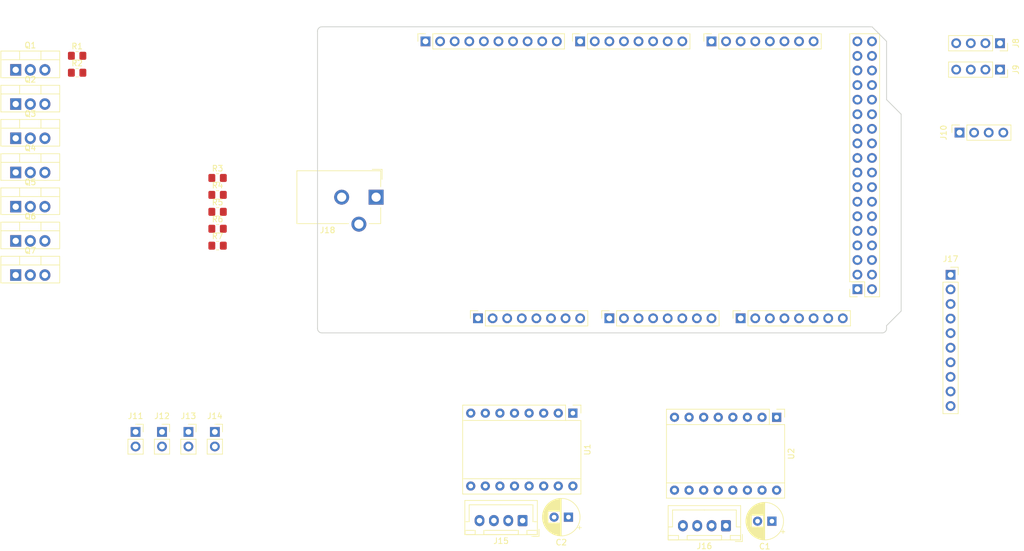
<source format=kicad_pcb>
(kicad_pcb (version 20240108) (generator "pcbnew") (generator_version "8.0")
  (title_block (date "mar. 31 mars 2015"))
  (layers (0 "F.Cu" signal) (31 "B.Cu" signal) (34 "B.Paste" user) (35 "F.Paste" user) (36 "B.SilkS" user "B.Silkscreen") (37 "F.SilkS" user "F.Silkscreen") (38 "B.Mask" user) (39 "F.Mask" user) (44 "Edge.Cuts" user))
  (net 0 "")
  (net 1 "GND")
  (net 2 "/*52")
  (net 3 "/53")
  (net 4 "/50")
  (net 5 "/51")
  (net 6 "/48")
  (net 7 "/49")
  (net 8 "/*46")
  (net 9 "/47")
  (net 10 "/*44")
  (net 11 "/*45")
  (net 12 "/42")
  (net 13 "/43")
  (net 14 "/40")
  (net 15 "/41")
  (net 16 "/38")
  (net 17 "/39")
  (net 18 "/36")
  (net 19 "/37")
  (net 20 "/34")
  (net 21 "/35")
  (net 22 "/32")
  (net 23 "/33")
  (net 24 "/30")
  (net 25 "/31")
  (net 26 "/28")
  (net 27 "/29")
  (net 28 "/26")
  (net 29 "/27")
  (net 30 "/24")
  (net 31 "/25")
  (net 32 "/22")
  (net 33 "/23")
  (net 34 "+5V")
  (net 35 "/IOREF")
  (net 36 "/A0")
  (net 37 "/A1")
  (net 38 "/A2")
  (net 39 "/A3")
  (net 40 "/A4")
  (net 41 "/A5")
  (net 42 "/A6")
  (net 43 "/A7")
  (net 44 "/A8")
  (net 45 "/A9")
  (net 46 "/A10")
  (net 47 "/A11")
  (net 48 "/A12")
  (net 49 "/A13")
  (net 50 "/A14")
  (net 51 "/A15")
  (net 52 "/AREF")
  (net 53 "/*13")
  (net 54 "/*12")
  (net 55 "/*11")
  (net 56 "/*10")
  (net 57 "/*9")
  (net 58 "/*8")
  (net 59 "/*7")
  (net 60 "/*6")
  (net 61 "/*5")
  (net 62 "/*4")
  (net 63 "/*3")
  (net 64 "/*2")
  (net 65 "/TX0{slash}1")
  (net 66 "/RX0{slash}0")
  (net 67 "+3V3")
  (net 68 "/TX3{slash}14")
  (net 69 "/RX3{slash}15")
  (net 70 "/TX2{slash}16")
  (net 71 "/RX2{slash}17")
  (net 72 "/TX1{slash}18")
  (net 73 "/RX1{slash}19")
  (net 74 "/SDA{slash}20")
  (net 75 "/SCL{slash}21")
  (net 76 "VCC")
  (net 77 "/~{RESET}")
  (net 79 "Net-(J12-Pin_1)")
  (net 80 "Net-(J14-Pin_1)")
  (net 81 "Net-(J17-Pin_2)")
  (net 82 "Net-(J17-Pin_4)")
  (net 83 "Net-(J17-Pin_6)")
  (net 84 "Net-(J17-Pin_8)")
  (net 85 "Net-(J17-Pin_10)")
  (net 86 "+12V")
  (net 87 "Net-(J15-Pin_4)")
  (net 88 "Net-(J15-Pin_3)")
  (net 89 "Net-(J15-Pin_1)")
  (net 90 "Net-(J15-Pin_2)")
  (net 91 "Net-(J16-Pin_1)")
  (net 92 "Net-(J16-Pin_4)")
  (net 93 "Net-(J16-Pin_3)")
  (net 94 "Net-(J16-Pin_2)")
  (footprint "Connector_PinSocket_2.54mm:PinSocket_2x18_P2.54mm_Vertical" (layer "F.Cu") (at 193.98 92.38 180)
    (property "Reference" "J4" (hide yes))
    (property "Value" "Digital")
    (pad "1" thru_hole rect (at 0 0 180) (size 1.7 1.7) (drill 1) (layers "*.Cu" "*.Mask") (net 1 "GND"))
    (pad "2" thru_hole oval (at -2.54 0 180) (size 1.7 1.7) (drill 1) (layers "*.Cu" "*.Mask") (net 1 "GND"))
    (pad "3" thru_hole oval (at 0 2.54 180) (size 1.7 1.7) (drill 1) (layers "*.Cu" "*.Mask") (net 2 "/*52"))
    (pad "4" thru_hole oval (at -2.54 2.54 180) (size 1.7 1.7) (drill 1) (layers "*.Cu" "*.Mask") (net 3 "/53"))
    (pad "5" thru_hole oval (at 0 5.08 180) (size 1.7 1.7) (drill 1) (layers "*.Cu" "*.Mask") (net 4 "/50"))
    (pad "6" thru_hole oval (at -2.54 5.08 180) (size 1.7 1.7) (drill 1) (layers "*.Cu" "*.Mask") (net 5 "/51"))
    (pad "7" thru_hole oval (at 0 7.62 180) (size 1.7 1.7) (drill 1) (layers "*.Cu" "*.Mask") (net 6 "/48"))
    (pad "8" thru_hole oval (at -2.54 7.62 180) (size 1.7 1.7) (drill 1) (layers "*.Cu" "*.Mask") (net 7 "/49"))
    (pad "9" thru_hole oval (at 0 10.16 180) (size 1.7 1.7) (drill 1) (layers "*.Cu" "*.Mask") (net 8 "/*46"))
    (pad "10" thru_hole oval (at -2.54 10.16 180) (size 1.7 1.7) (drill 1) (layers "*.Cu" "*.Mask") (net 9 "/47"))
    (pad "11" thru_hole oval (at 0 12.7 180) (size 1.7 1.7) (drill 1) (layers "*.Cu" "*.Mask") (net 10 "/*44"))
    (pad "12" thru_hole oval (at -2.54 12.7 180) (size 1.7 1.7) (drill 1) (layers "*.Cu" "*.Mask") (net 11 "/*45"))
    (pad "13" thru_hole oval (at 0 15.24 180) (size 1.7 1.7) (drill 1) (layers "*.Cu" "*.Mask") (net 12 "/42"))
    (pad "14" thru_hole oval (at -2.54 15.24 180) (size 1.7 1.7) (drill 1) (layers "*.Cu" "*.Mask") (net 13 "/43"))
    (pad "15" thru_hole oval (at 0 17.78 180) (size 1.7 1.7) (drill 1) (layers "*.Cu" "*.Mask") (net 14 "/40"))
    (pad "16" thru_hole oval (at -2.54 17.78 180) (size 1.7 1.7) (drill 1) (layers "*.Cu" "*.Mask") (net 15 "/41"))
    (pad "17" thru_hole oval (at 0 20.32 180) (size 1.7 1.7) (drill 1) (layers "*.Cu" "*.Mask") (net 16 "/38"))
    (pad "18" thru_hole oval (at -2.54 20.32 180) (size 1.7 1.7) (drill 1) (layers "*.Cu" "*.Mask") (net 17 "/39"))
    (pad "19" thru_hole oval (at 0 22.86 180) (size 1.7 1.7) (drill 1) (layers "*.Cu" "*.Mask") (net 18 "/36"))
    (pad "20" thru_hole oval (at -2.54 22.86 180) (size 1.7 1.7) (drill 1) (layers "*.Cu" "*.Mask") (net 19 "/37"))
    (pad "21" thru_hole oval (at 0 25.4 180) (size 1.7 1.7) (drill 1) (layers "*.Cu" "*.Mask") (net 20 "/34"))
    (pad "22" thru_hole oval (at -2.54 25.4 180) (size 1.7 1.7) (drill 1) (layers "*.Cu" "*.Mask") (net 21 "/35"))
    (pad "23" thru_hole oval (at 0 27.94 180) (size 1.7 1.7) (drill 1) (layers "*.Cu" "*.Mask") (net 22 "/32"))
    (pad "24" thru_hole oval (at -2.54 27.94 180) (size 1.7 1.7) (drill 1) (layers "*.Cu" "*.Mask") (net 23 "/33"))
    (pad "25" thru_hole oval (at 0 30.48 180) (size 1.7 1.7) (drill 1) (layers "*.Cu" "*.Mask") (net 24 "/30"))
    (pad "26" thru_hole oval (at -2.54 30.48 180) (size 1.7 1.7) (drill 1) (layers "*.Cu" "*.Mask") (net 25 "/31"))
    (pad "27" thru_hole oval (at 0 33.02 180) (size 1.7 1.7) (drill 1) (layers "*.Cu" "*.Mask") (net 26 "/28"))
    (pad "28" thru_hole oval (at -2.54 33.02 180) (size 1.7 1.7) (drill 1) (layers "*.Cu" "*.Mask") (net 27 "/29"))
    (pad "29" thru_hole oval (at 0 35.56 180) (size 1.7 1.7) (drill 1) (layers "*.Cu" "*.Mask") (net 28 "/26"))
    (pad "30" thru_hole oval (at -2.54 35.56 180) (size 1.7 1.7) (drill 1) (layers "*.Cu" "*.Mask") (net 29 "/27"))
    (pad "31" thru_hole oval (at 0 38.1 180) (size 1.7 1.7) (drill 1) (layers "*.Cu" "*.Mask") (net 30 "/24"))
    (pad "32" thru_hole oval (at -2.54 38.1 180) (size 1.7 1.7) (drill 1) (layers "*.Cu" "*.Mask") (net 31 "/25"))
    (pad "33" thru_hole oval (at 0 40.64 180) (size 1.7 1.7) (drill 1) (layers "*.Cu" "*.Mask") (net 32 "/22"))
    (pad "34" thru_hole oval (at -2.54 40.64 180) (size 1.7 1.7) (drill 1) (layers "*.Cu" "*.Mask") (net 33 "/23"))
    (pad "35" thru_hole oval (at 0 43.18 180) (size 1.7 1.7) (drill 1) (layers "*.Cu" "*.Mask") (net 34 "+5V"))
    (pad "36" thru_hole oval (at -2.54 43.18 180) (size 1.7 1.7) (drill 1) (layers "*.Cu" "*.Mask") (net 34 "+5V"))
  )
  (footprint "Connector_PinSocket_2.54mm:PinSocket_1x08_P2.54mm_Vertical" (layer "F.Cu") (at 127.94 97.46 90)
    (property "Reference" "J1" (hide yes))
    (property "Value" "Power")
    (pad "1" thru_hole rect (at 0 0 90) (size 1.7 1.7) (drill 1) (layers "*.Cu" "*.Mask"))
    (pad "2" thru_hole oval (at 0 2.54 90) (size 1.7 1.7) (drill 1) (layers "*.Cu" "*.Mask") (net 35 "/IOREF"))
    (pad "3" thru_hole oval (at 0 5.08 90) (size 1.7 1.7) (drill 1) (layers "*.Cu" "*.Mask") (net 77 "/~{RESET}"))
    (pad "4" thru_hole oval (at 0 7.62 90) (size 1.7 1.7) (drill 1) (layers "*.Cu" "*.Mask") (net 67 "+3V3"))
    (pad "5" thru_hole oval (at 0 10.16 90) (size 1.7 1.7) (drill 1) (layers "*.Cu" "*.Mask") (net 34 "+5V"))
    (pad "6" thru_hole oval (at 0 12.7 90) (size 1.7 1.7) (drill 1) (layers "*.Cu" "*.Mask") (net 1 "GND"))
    (pad "7" thru_hole oval (at 0 15.24 90) (size 1.7 1.7) (drill 1) (layers "*.Cu" "*.Mask") (net 1 "GND"))
    (pad "8" thru_hole oval (at 0 17.78 90) (size 1.7 1.7) (drill 1) (layers "*.Cu" "*.Mask") (net 76 "VCC"))
  )
  (footprint "Connector_PinSocket_2.54mm:PinSocket_1x08_P2.54mm_Vertical" (layer "F.Cu") (at 150.8 97.46 90)
    (property "Reference" "J2" (hide yes))
    (property "Value" "Analog")
    (pad "1" thru_hole rect (at 0 0 90) (size 1.7 1.7) (drill 1) (layers "*.Cu" "*.Mask") (net 36 "/A0"))
    (pad "2" thru_hole oval (at 0 2.54 90) (size 1.7 1.7) (drill 1) (layers "*.Cu" "*.Mask") (net 37 "/A1"))
    (pad "3" thru_hole oval (at 0 5.08 90) (size 1.7 1.7) (drill 1) (layers "*.Cu" "*.Mask") (net 38 "/A2"))
    (pad "4" thru_hole oval (at 0 7.62 90) (size 1.7 1.7) (drill 1) (layers "*.Cu" "*.Mask") (net 39 "/A3"))
    (pad "5" thru_hole oval (at 0 10.16 90) (size 1.7 1.7) (drill 1) (layers "*.Cu" "*.Mask") (net 40 "/A4"))
    (pad "6" thru_hole oval (at 0 12.7 90) (size 1.7 1.7) (drill 1) (layers "*.Cu" "*.Mask") (net 41 "/A5"))
    (pad "7" thru_hole oval (at 0 15.24 90) (size 1.7 1.7) (drill 1) (layers "*.Cu" "*.Mask") (net 42 "/A6"))
    (pad "8" thru_hole oval (at 0 17.78 90) (size 1.7 1.7) (drill 1) (layers "*.Cu" "*.Mask") (net 43 "/A7"))
  )
  (footprint "Connector_PinSocket_2.54mm:PinSocket_1x08_P2.54mm_Vertical" (layer "F.Cu") (at 173.66 97.46 90)
    (property "Reference" "J3" (hide yes))
    (property "Value" "Analog")
    (pad "1" thru_hole rect (at 0 0 90) (size 1.7 1.7) (drill 1) (layers "*.Cu" "*.Mask") (net 44 "/A8"))
    (pad "2" thru_hole oval (at 0 2.54 90) (size 1.7 1.7) (drill 1) (layers "*.Cu" "*.Mask") (net 45 "/A9"))
    (pad "3" thru_hole oval (at 0 5.08 90) (size 1.7 1.7) (drill 1) (layers "*.Cu" "*.Mask") (net 46 "/A10"))
    (pad "4" thru_hole oval (at 0 7.62 90) (size 1.7 1.7) (drill 1) (layers "*.Cu" "*.Mask") (net 47 "/A11"))
    (pad "5" thru_hole oval (at 0 10.16 90) (size 1.7 1.7) (drill 1) (layers "*.Cu" "*.Mask") (net 48 "/A12"))
    (pad "6" thru_hole oval (at 0 12.7 90) (size 1.7 1.7) (drill 1) (layers "*.Cu" "*.Mask") (net 49 "/A13"))
    (pad "7" thru_hole oval (at 0 15.24 90) (size 1.7 1.7) (drill 1) (layers "*.Cu" "*.Mask") (net 50 "/A14"))
    (pad "8" thru_hole oval (at 0 17.78 90) (size 1.7 1.7) (drill 1) (layers "*.Cu" "*.Mask") (net 51 "/A15"))
  )
  (footprint "Connector_PinSocket_2.54mm:PinSocket_1x10_P2.54mm_Vertical" (layer "F.Cu") (at 118.796 49.2 90)
    (property "Reference" "J5" (hide yes))
    (property "Value" "PWM")
    (pad "1" thru_hole rect (at 0 0 90) (size 1.7 1.7) (drill 1) (layers "*.Cu" "*.Mask") (net 75 "/SCL{slash}21"))
    (pad "2" thru_hole oval (at 0 2.54 90) (size 1.7 1.7) (drill 1) (layers "*.Cu" "*.Mask") (net 74 "/SDA{slash}20"))
    (pad "3" thru_hole oval (at 0 5.08 90) (size 1.7 1.7) (drill 1) (layers "*.Cu" "*.Mask") (net 52 "/AREF"))
    (pad "4" thru_hole oval (at 0 7.62 90) (size 1.7 1.7) (drill 1) (layers "*.Cu" "*.Mask") (net 1 "GND"))
    (pad "5" thru_hole oval (at 0 10.16 90) (size 1.7 1.7) (drill 1) (layers "*.Cu" "*.Mask") (net 53 "/*13"))
    (pad "6" thru_hole oval (at 0 12.7 90) (size 1.7 1.7) (drill 1) (layers "*.Cu" "*.Mask") (net 54 "/*12"))
    (pad "7" thru_hole oval (at 0 15.24 90) (size 1.7 1.7) (drill 1) (layers "*.Cu" "*.Mask") (net 55 "/*11"))
    (pad "8" thru_hole oval (at 0 17.78 90) (size 1.7 1.7) (drill 1) (layers "*.Cu" "*.Mask") (net 56 "/*10"))
    (pad "9" thru_hole oval (at 0 20.32 90) (size 1.7 1.7) (drill 1) (layers "*.Cu" "*.Mask") (net 57 "/*9"))
    (pad "10" thru_hole oval (at 0 22.86 90) (size 1.7 1.7) (drill 1) (layers "*.Cu" "*.Mask") (net 58 "/*8"))
  )
  (footprint "Connector_PinSocket_2.54mm:PinSocket_1x08_P2.54mm_Vertical" (layer "F.Cu") (at 145.72 49.2 90)
    (property "Reference" "J6" (hide yes))
    (property "Value" "PWM")
    (pad "1" thru_hole rect (at 0 0 90) (size 1.7 1.7) (drill 1) (layers "*.Cu" "*.Mask") (net 59 "/*7"))
    (pad "2" thru_hole oval (at 0 2.54 90) (size 1.7 1.7) (drill 1) (layers "*.Cu" "*.Mask") (net 60 "/*6"))
    (pad "3" thru_hole oval (at 0 5.08 90) (size 1.7 1.7) (drill 1) (layers "*.Cu" "*.Mask") (net 61 "/*5"))
    (pad "4" thru_hole oval (at 0 7.62 90) (size 1.7 1.7) (drill 1) (layers "*.Cu" "*.Mask") (net 62 "/*4"))
    (pad "5" thru_hole oval (at 0 10.16 90) (size 1.7 1.7) (drill 1) (layers "*.Cu" "*.Mask") (net 63 "/*3"))
    (pad "6" thru_hole oval (at 0 12.7 90) (size 1.7 1.7) (drill 1) (layers "*.Cu" "*.Mask") (net 64 "/*2"))
    (pad "7" thru_hole oval (at 0 15.24 90) (size 1.7 1.7) (drill 1) (layers "*.Cu" "*.Mask") (net 65 "/TX0{slash}1"))
    (pad "8" thru_hole oval (at 0 17.78 90) (size 1.7 1.7) (drill 1) (layers "*.Cu" "*.Mask") (net 66 "/RX0{slash}0"))
  )
  (footprint "Connector_PinSocket_2.54mm:PinSocket_1x08_P2.54mm_Vertical" (layer "F.Cu") (at 168.58 49.2 90)
    (property "Reference" "J7" (hide yes))
    (property "Value" "Communication")
    (pad "1" thru_hole rect (at 0 0 90) (size 1.7 1.7) (drill 1) (layers "*.Cu" "*.Mask") (net 68 "/TX3{slash}14"))
    (pad "2" thru_hole oval (at 0 2.54 90) (size 1.7 1.7) (drill 1) (layers "*.Cu" "*.Mask") (net 69 "/RX3{slash}15"))
    (pad "3" thru_hole oval (at 0 5.08 90) (size 1.7 1.7) (drill 1) (layers "*.Cu" "*.Mask") (net 70 "/TX2{slash}16"))
    (pad "4" thru_hole oval (at 0 7.62 90) (size 1.7 1.7) (drill 1) (layers "*.Cu" "*.Mask") (net 71 "/RX2{slash}17"))
    (pad "5" thru_hole oval (at 0 10.16 90) (size 1.7 1.7) (drill 1) (layers "*.Cu" "*.Mask") (net 72 "/TX1{slash}18"))
    (pad "6" thru_hole oval (at 0 12.7 90) (size 1.7 1.7) (drill 1) (layers "*.Cu" "*.Mask") (net 73 "/RX1{slash}19"))
    (pad "7" thru_hole oval (at 0 15.24 90) (size 1.7 1.7) (drill 1) (layers "*.Cu" "*.Mask") (net 74 "/SDA{slash}20"))
    (pad "8" thru_hole oval (at 0 17.78 90) (size 1.7 1.7) (drill 1) (layers "*.Cu" "*.Mask") (net 75 "/SCL{slash}21"))
  )
  (footprint "Connector_PinSocket_2.54mm:PinSocket_1x04_P2.54mm_Vertical" (layer "F.Cu") (at 218.8 54.125 -90)
    (property "Reference" "J9" (at 0 -2.77 90) (layer "F.SilkS"))
    (property "Value" "Conn_01x04_Socket")
    (pad "1" thru_hole rect (at 0 0 270) (size 1.7 1.7) (drill 1) (layers "*.Cu" "*.Mask") (net 76 "VCC"))
    (pad "2" thru_hole oval (at 0 2.54 270) (size 1.7 1.7) (drill 1) (layers "*.Cu" "*.Mask") (net 1 "GND"))
    (pad "3" thru_hole oval (at 0 5.08 270) (size 1.7 1.7) (drill 1) (layers "*.Cu" "*.Mask") (net 75 "/SCL{slash}21"))
    (pad "4" thru_hole oval (at 0 7.62 270) (size 1.7 1.7) (drill 1) (layers "*.Cu" "*.Mask") (net 74 "/SDA{slash}20"))
  )
  (footprint "Package_TO_SOT_THT:TO-220-3_Vertical" (layer "F.Cu") (at 47.46 60.125)
    (property "Reference" "Q2" (at 2.54 -4.27 0) (layer "F.SilkS"))
    (property "Value" "IRLB8721PBF")
    (pad "1" thru_hole rect (at 0 0) (size 1.905 2) (drill 1.1) (layers "*.Cu" "*.Mask") (net 54 "/*12"))
    (pad "2" thru_hole oval (at 2.54 0) (size 1.905 2) (drill 1.1) (layers "*.Cu" "*.Mask") (net 80 "Net-(J14-Pin_1)"))
    (pad "3" thru_hole oval (at 5.08 0) (size 1.905 2) (drill 1.1) (layers "*.Cu" "*.Mask") (net 1 "GND"))
  )
  (footprint "Arduino_MountingHole:MountingHole_3.2mm" (layer "F.Cu") (at 196.52 97.46)
    (property "Reference" "MH6" (hide yes))
    (property "Value" "MountingHole_3.2mm" (hide yes))
    (pad "" np_thru_hole circle (at 0 0) (size 3.2 3.2) (drill 3.2) (layers "*.Cu" "*.Mask"))
  )
  (footprint "Connector_PinSocket_2.54mm:PinSocket_1x10_P2.54mm_Vertical" (layer "F.Cu") (at 210.2 89.88)
    (property "Reference" "J17" (at 0 -2.77 0) (layer "F.SilkS"))
    (property "Value" "Conn_01x10_Socket")
    (pad "1" thru_hole rect (at 0 0) (size 1.7 1.7) (drill 1) (layers "*.Cu" "*.Mask") (net 86 "+12V"))
    (pad "2" thru_hole oval (at 0 2.54) (size 1.7 1.7) (drill 1) (layers "*.Cu" "*.Mask") (net 81 "Net-(J17-Pin_2)"))
    (pad "3" thru_hole oval (at 0 5.08) (size 1.7 1.7) (drill 1) (layers "*.Cu" "*.Mask") (net 86 "+12V"))
    (pad "4" thru_hole oval (at 0 7.62) (size 1.7 1.7) (drill 1) (layers "*.Cu" "*.Mask") (net 82 "Net-(J17-Pin_4)"))
    (pad "5" thru_hole oval (at 0 10.16) (size 1.7 1.7) (drill 1) (layers "*.Cu" "*.Mask") (net 86 "+12V"))
    (pad "6" thru_hole oval (at 0 12.7) (size 1.7 1.7) (drill 1) (layers "*.Cu" "*.Mask") (net 83 "Net-(J17-Pin_6)"))
    (pad "7" thru_hole oval (at 0 15.24) (size 1.7 1.7) (drill 1) (layers "*.Cu" "*.Mask") (net 86 "+12V"))
    (pad "8" thru_hole oval (at 0 17.78) (size 1.7 1.7) (drill 1) (layers "*.Cu" "*.Mask") (net 84 "Net-(J17-Pin_8)"))
    (pad "9" thru_hole oval (at 0 20.32) (size 1.7 1.7) (drill 1) (layers "*.Cu" "*.Mask") (net 86 "+12V"))
    (pad "10" thru_hole oval (at 0 22.86) (size 1.7 1.7) (drill 1) (layers "*.Cu" "*.Mask") (net 85 "Net-(J17-Pin_10)"))
  )
  (footprint "Resistor_SMD:R_0805_2012Metric_Pad1.20x1.40mm_HandSolder" (layer "F.Cu") (at 82.6 81.85)
    (property "Reference" "R6" (at 0 -1.65 0) (layer "F.SilkS"))
    (property "Value" "10K")
    (pad "1" smd roundrect (at -1 0) (size 1.2 1.4) (layers "F.Cu" "F.Paste" "F.Mask") (roundrect_rratio 0.208333) (net 57 "/*9"))
    (pad "2" smd roundrect (at 1 0) (size 1.2 1.4) (layers "F.Cu" "F.Paste" "F.Mask") (roundrect_rratio 0.208333) (net 1 "GND"))
  )
  (footprint "Package_TO_SOT_THT:TO-220-3_Vertical" (layer "F.Cu") (at 47.46 72.045)
    (property "Reference" "Q4" (at 2.54 -4.27 0) (layer "F.SilkS"))
    (property "Value" "IRLB8721PBF")
    (pad "1" thru_hole rect (at 0 0) (size 1.905 2) (drill 1.1) (layers "*.Cu" "*.Mask") (net 59 "/*7"))
    (pad "2" thru_hole oval (at 2.54 0) (size 1.905 2) (drill 1.1) (layers "*.Cu" "*.Mask") (net 82 "Net-(J17-Pin_4)"))
    (pad "3" thru_hole oval (at 5.08 0) (size 1.905 2) (drill 1.1) (layers "*.Cu" "*.Mask") (net 1 "GND"))
  )
  (footprint "Package_TO_SOT_THT:TO-220-3_Vertical" (layer "F.Cu") (at 47.46 89.925)
    (property "Reference" "Q7" (at 2.54 -4.27 0) (layer "F.SilkS"))
    (property "Value" "IRLB8721PBF")
    (pad "1" thru_hole rect (at 0 0) (size 1.905 2) (drill 1.1) (layers "*.Cu" "*.Mask") (net 56 "/*10"))
    (pad "2" thru_hole oval (at 2.54 0) (size 1.905 2) (drill 1.1) (layers "*.Cu" "*.Mask") (net 85 "Net-(J17-Pin_10)"))
    (pad "3" thru_hole oval (at 5.08 0) (size 1.905 2) (drill 1.1) (layers "*.Cu" "*.Mask") (net 1 "GND"))
  )
  (footprint "Connector_PinSocket_2.54mm:PinSocket_1x02_P2.54mm_Vertical" (layer "F.Cu") (at 82.125 117.25)
    (property "Reference" "J14" (at 0 -2.77 0) (layer "F.SilkS"))
    (property "Value" "Conn_01x02_Socket")
    (pad "1" thru_hole rect (at 0 0) (size 1.7 1.7) (drill 1) (layers "*.Cu" "*.Mask") (net 80 "Net-(J14-Pin_1)"))
    (pad "2" thru_hole oval (at 0 2.54) (size 1.7 1.7) (drill 1) (layers "*.Cu" "*.Mask") (net 80 "Net-(J14-Pin_1)"))
  )
  (footprint "Arduino_MountingHole:MountingHole_3.2mm" (layer "F.Cu") (at 115.24 49.2)
    (property "Reference" "MH1" (hide yes))
    (property "Value" "MountingHole_3.2mm" (hide yes))
    (pad "" np_thru_hole circle (at 0 0) (size 3.2 3.2) (drill 3.2) (layers "*.Cu" "*.Mask"))
  )
  (footprint "Resistor_SMD:R_0805_2012Metric_Pad1.20x1.40mm_HandSolder" (layer "F.Cu") (at 82.6 84.8)
    (property "Reference" "R7" (at 0 -1.65 0) (layer "F.SilkS"))
    (property "Value" "10K")
    (pad "1" smd roundrect (at -1 0) (size 1.2 1.4) (layers "F.Cu" "F.Paste" "F.Mask") (roundrect_rratio 0.208333) (net 56 "/*10"))
    (pad "2" smd roundrect (at 1 0) (size 1.2 1.4) (layers "F.Cu" "F.Paste" "F.Mask") (roundrect_rratio 0.208333) (net 1 "GND"))
  )
  (footprint "Resistor_SMD:R_0805_2012Metric_Pad1.20x1.40mm_HandSolder" (layer "F.Cu") (at 82.6 78.9)
    (property "Reference" "R5" (at 0 -1.65 0) (layer "F.SilkS"))
    (property "Value" "10K")
    (pad "1" smd roundrect (at -1 0) (size 1.2 1.4) (layers "F.Cu" "F.Paste" "F.Mask") (roundrect_rratio 0.208333) (net 58 "/*8"))
    (pad "2" smd roundrect (at 1 0) (size 1.2 1.4) (layers "F.Cu" "F.Paste" "F.Mask") (roundrect_rratio 0.208333) (net 1 "GND"))
  )
  (footprint "Package_TO_SOT_THT:TO-220-3_Vertical" (layer "F.Cu") (at 47.46 83.965)
    (property "Reference" "Q6" (at 2.54 -4.27 0) (layer "F.SilkS"))
    (property "Value" "IRLB8721PBF")
    (pad "1" thru_hole rect (at 0 0) (size 1.905 2) (drill 1.1) (layers "*.Cu" "*.Mask") (net 57 "/*9"))
    (pad "2" thru_hole oval (at 2.54 0) (size 1.905 2) (drill 1.1) (layers "*.Cu" "*.Mask") (net 84 "Net-(J17-Pin_8)"))
    (pad "3" thru_hole oval (at 5.08 0) (size 1.905 2) (drill 1.1) (layers "*.Cu" "*.Mask") (net 1 "GND"))
  )
  (footprint "Resistor_SMD:R_0805_2012Metric_Pad1.20x1.40mm_HandSolder" (layer "F.Cu") (at 58.15 51.715)
    (property "Reference" "R1" (at 0 -1.65 0) (layer "F.SilkS"))
    (property "Value" "10K")
    (pad "1" smd roundrect (at -1 0) (size 1.2 1.4) (layers "F.Cu" "F.Paste" "F.Mask") (roundrect_rratio 0.208333) (net 55 "/*11"))
    (pad "2" smd roundrect (at 1 0) (size 1.2 1.4) (layers "F.Cu" "F.Paste" "F.Mask") (roundrect_rratio 0.208333) (net 1 "GND"))
  )
  (footprint "Connector_PinSocket_2.54mm:PinSocket_1x04_P2.54mm_Vertical" (layer "F.Cu") (at 218.8 49.525 -90)
    (property "Reference" "J8" (at 0 -2.77 90) (layer "F.SilkS"))
    (property "Value" "Conn_01x04_Socket")
    (pad "1" thru_hole rect (at 0 0 270) (size 1.7 1.7) (drill 1) (layers "*.Cu" "*.Mask") (net 76 "VCC"))
    (pad "2" thru_hole oval (at 0 2.54 270) (size 1.7 1.7) (drill 1) (layers "*.Cu" "*.Mask") (net 1 "GND"))
    (pad "3" thru_hole oval (at 0 5.08 270) (size 1.7 1.7) (drill 1) (layers "*.Cu" "*.Mask") (net 75 "/SCL{slash}21"))
    (pad "4" thru_hole oval (at 0 7.62 270) (size 1.7 1.7) (drill 1) (layers "*.Cu" "*.Mask") (net 74 "/SDA{slash}20"))
  )
  (footprint "Resistor_SMD:R_0805_2012Metric_Pad1.20x1.40mm_HandSolder" (layer "F.Cu") (at 82.6 75.95)
    (property "Reference" "R4" (at 0 -1.65 0) (layer "F.SilkS"))
    (property "Value" "10K")
    (pad "1" smd roundrect (at -1 0) (size 1.2 1.4) (layers "F.Cu" "F.Paste" "F.Mask") (roundrect_rratio 0.208333) (net 59 "/*7"))
    (pad "2" smd roundrect (at 1 0) (size 1.2 1.4) (layers "F.Cu" "F.Paste" "F.Mask") (roundrect_rratio 0.208333) (net 1 "GND"))
  )
  (footprint "Connector_JST:JST_XH_B4B-XH-A_1x04_P2.50mm_Vertical" (layer "F.Cu") (at 135.7 132.7 180)
    (property "Reference" "J15" (at 3.75 -3.55 180) (layer "F.SilkS"))
    (property "Value" "Conn_01x04")
    (pad "1" thru_hole roundrect (at 0 0 180) (size 1.7 1.95) (drill 0.95) (layers "*.Cu" "*.Mask") (roundrect_rratio 0.147059) (net 89 "Net-(J15-Pin_1)"))
    (pad "2" thru_hole oval (at 2.5 0 180) (size 1.7 1.95) (drill 0.95) (layers "*.Cu" "*.Mask") (net 90 "Net-(J15-Pin_2)"))
    (pad "3" thru_hole oval (at 5 0 180) (size 1.7 1.95) (drill 0.95) (layers "*.Cu" "*.Mask") (net 88 "Net-(J15-Pin_3)"))
    (pad "4" thru_hole oval (at 7.5 0 180) (size 1.7 1.95) (drill 0.95) (layers "*.Cu" "*.Mask") (net 87 "Net-(J15-Pin_4)"))
  )
  (footprint "Capacitor_THT:CP_Radial_D6.3mm_P2.50mm" (layer "F.Cu") (at 179.1 132.8 180)
    (property "Reference" "C1" (at 1.25 -4.4 180) (layer "F.SilkS"))
    (property "Value" "100uF")
    (pad "1" thru_hole rect (at 0 0 180) (size 1.6 1.6) (drill 0.8) (layers "*.Cu" "*.Mask") (net 86 "+12V"))
    (pad "2" thru_hole circle (at 2.5 0 180) (size 1.6 1.6) (drill 0.8) (layers "*.Cu" "*.Mask") (net 1 "GND"))
  )
  (footprint "Resistor_SMD:R_0805_2012Metric_Pad1.20x1.40mm_HandSolder" (layer "F.Cu") (at 58.15 54.665)
    (property "Reference" "R2" (at 0 -1.65 0) (layer "F.SilkS"))
    (property "Value" "10K")
    (pad "1" smd roundrect (at -1 0) (size 1.2 1.4) (layers "F.Cu" "F.Paste" "F.Mask") (roundrect_rratio 0.208333) (net 54 "/*12"))
    (pad "2" smd roundrect (at 1 0) (size 1.2 1.4) (layers "F.Cu" "F.Paste" "F.Mask") (roundrect_rratio 0.208333) (net 1 "GND"))
  )
  (footprint "Connector_PinSocket_2.54mm:PinSocket_1x02_P2.54mm_Vertical" (layer "F.Cu") (at 72.925 117.25)
    (property "Reference" "J12" (at 0 -2.77 0) (layer "F.SilkS"))
    (property "Value" "Conn_01x02_Socket")
    (pad "1" thru_hole rect (at 0 0) (size 1.7 1.7) (drill 1) (layers "*.Cu" "*.Mask") (net 79 "Net-(J12-Pin_1)"))
    (pad "2" thru_hole oval (at 0 2.54) (size 1.7 1.7) (drill 1) (layers "*.Cu" "*.Mask") (net 79 "Net-(J12-Pin_1)"))
  )
  (footprint "Module:Pololu_Breakout-16_15.2x20.3mm" (layer "F.Cu") (at 179.92 114.7 -90)
    (property "Reference" "U2" (at 6.35 -2.54 90) (layer "F.SilkS"))
    (property "Value" "MP6500_Pololu")
    (pad "1" thru_hole rect (at 0 0 270) (size 1.6 1.6) (drill 0.8) (layers "*.Cu" "*.Mask"))
    (pad "2" thru_hole oval (at 0 2.54 270) (size 1.6 1.6) (drill 0.8) (layers "*.Cu" "*.Mask"))
    (pad "3" thru_hole oval (at 0 5.08 270) (size 1.6 1.6) (drill 0.8) (layers "*.Cu" "*.Mask"))
    (pad "4" thru_hole oval (at 0 7.62 270) (size 1.6 1.6) (drill 0.8) (layers "*.Cu" "*.Mask"))
    (pad "5" thru_hole oval (at 0 10.16 270) (size 1.6 1.6) (drill 0.8) (layers "*.Cu" "*.Mask"))
    (pad "6" thru_hole oval (at 0 12.7 270) (size 1.6 1.6) (drill 0.8) (layers "*.Cu" "*.Mask") (net 34 "+5V"))
    (pad "7" thru_hole oval (at 0 15.24 270) (size 1.6 1.6) (drill 0.8) (layers "*.Cu" "*.Mask") (net 61 "/*5"))
    (pad "8" thru_hole oval (at 0 17.78 270) (size 1.6 1.6) (drill 0.8) (layers "*.Cu" "*.Mask") (net 62 "/*4"))
    (pad "9" thru_hole oval (at 12.7 17.78 270) (size 1.6 1.6) (drill 0.8) (layers "*.Cu" "*.Mask") (net 1 "GND"))
    (pad "10" thru_hole oval (at 12.7 15.24 270) (size 1.6 1.6) (drill 0.8) (layers "*.Cu" "*.Mask"))
    (pad "11" thru_hole oval (at 12.7 12.7 270) (size 1.6 1.6) (drill 0.8) (layers "*.Cu" "*.Mask") (net 92 "Net-(J16-Pin_4)"))
    (pad "12" thru_hole oval (at 12.7 10.16 270) (size 1.6 1.6) (drill 0.8) (layers "*.Cu" "*.Mask") (net 93 "Net-(J16-Pin_3)"))
    (pad "13" thru_hole oval (at 12.7 7.62 270) (size 1.6 1.6) (drill 0.8) (layers "*.Cu" "*.Mask") (net 94 "Net-(J16-Pin_2)"))
    (pad "14" thru_hole oval (at 12.7 5.08 270) (size 1.6 1.6) (drill 0.8) (layers "*.Cu" "*.Mask") (net 91 "Net-(J16-Pin_1)"))
    (pad "15" thru_hole oval (at 12.7 2.54 270) (size 1.6 1.6) (drill 0.8) (layers "*.Cu" "*.Mask") (net 1 "GND"))
    (pad "16" thru_hole oval (at 12.7 0 270) (size 1.6 1.6) (drill 0.8) (layers "*.Cu" "*.Mask") (net 86 "+12V"))
  )
  (footprint "Resistor_SMD:R_0805_2012Metric_Pad1.20x1.40mm_HandSolder" (layer "F.Cu") (at 82.6 73)
    (property "Reference" "R3" (at 0 -1.65 0) (layer "F.SilkS"))
    (property "Value" "10K")
    (pad "1" smd roundrect (at -1 0) (size 1.2 1.4) (layers "F.Cu" "F.Paste" "F.Mask") (roundrect_rratio 0.208333) (net 60 "/*6"))
    (pad "2" smd roundrect (at 1 0) (size 1.2 1.4) (layers "F.Cu" "F.Paste" "F.Mask") (roundrect_rratio 0.208333) (net 1 "GND"))
  )
  (footprint "Package_TO_SOT_THT:TO-220-3_Vertical" (layer "F.Cu") (at 47.46 66.085)
    (property "Reference" "Q3" (at 2.54 -4.27 0) (layer "F.SilkS"))
    (property "Value" "IRLB8721PBF")
    (pad "1" thru_hole rect (at 0 0) (size 1.905 2) (drill 1.1) (layers "*.Cu" "*.Mask") (net 60 "/*6"))
    (pad "2" thru_hole oval (at 2.54 0) (size 1.905 2) (drill 1.1) (layers "*.Cu" "*.Mask") (net 81 "Net-(J17-Pin_2)"))
    (pad "3" thru_hole oval (at 5.08 0) (size 1.905 2) (drill 1.1) (layers "*.Cu" "*.Mask") (net 1 "GND"))
  )
  (footprint "Connector_BarrelJack:BarrelJack_CUI_PJ-102AH_Horizontal" (layer "F.Cu") (at 110.2 76.35 -90)
    (property "Reference" "J18" (at 5.75 8.45 180) (layer "F.SilkS"))
    (property "Value" "Barrel_Jack_Switch")
    (pad "1" thru_hole rect (at 0 0 270) (size 2.6 2.6) (drill 1.6) (layers "*.Cu" "*.Mask") (net 86 "+12V"))
    (pad "2" thru_hole circle (at 0 6 270) (size 2.6 2.6) (drill 1.6) (layers "*.Cu" "*.Mask") (net 1 "GND"))
    (pad "3" thru_hole circle (at 4.7 3 270) (size 2.6 2.6) (drill 1.6) (layers "*.Cu" "*.Mask"))
  )
  (footprint "Connector_JST:JST_XH_B4B-XH-A_1x04_P2.50mm_Vertical" (layer "F.Cu") (at 171.1 133.6 180)
    (property "Reference" "J16" (at 3.75 -3.55 180) (layer "F.SilkS"))
    (property "Value" "Conn_01x04")
    (pad "1" thru_hole roundrect (at 0 0 180) (size 1.7 1.95) (drill 0.95) (layers "*.Cu" "*.Mask") (roundrect_rratio 0.147059) (net 91 "Net-(J16-Pin_1)"))
    (pad "2" thru_hole oval (at 2.5 0 180) (size 1.7 1.95) (drill 0.95) (layers "*.Cu" "*.Mask") (net 94 "Net-(J16-Pin_2)"))
    (pad "3" thru_hole oval (at 5 0 180) (size 1.7 1.95) (drill 0.95) (layers "*.Cu" "*.Mask") (net 93 "Net-(J16-Pin_3)"))
    (pad "4" thru_hole oval (at 7.5 0 180) (size 1.7 1.95) (drill 0.95) (layers "*.Cu" "*.Mask") (net 92 "Net-(J16-Pin_4)"))
  )
  (footprint "Arduino_MountingHole:MountingHole_3.2mm" (layer "F.Cu") (at 113.97 97.46)
    (property "Reference" "MH2" (hide yes))
    (property "Value" "MountingHole_3.2mm" (hide yes))
    (pad "" np_thru_hole circle (at 0 0) (size 3.2 3.2) (drill 3.2) (layers "*.Cu" "*.Mask"))
  )
  (footprint "Package_TO_SOT_THT:TO-220-3_Vertical" (layer "F.Cu") (at 47.46 78.005)
    (property "Reference" "Q5" (at 2.54 -4.27 0) (layer "F.SilkS"))
    (property "Value" "IRLB8721PBF")
    (pad "1" thru_hole rect (at 0 0) (size 1.905 2) (drill 1.1) (layers "*.Cu" "*.Mask") (net 58 "/*8"))
    (pad "2" thru_hole oval (at 2.54 0) (size 1.905 2) (drill 1.1) (layers "*.Cu" "*.Mask") (net 83 "Net-(J17-Pin_6)"))
    (pad "3" thru_hole oval (at 5.08 0) (size 1.905 2) (drill 1.1) (layers "*.Cu" "*.Mask") (net 1 "GND"))
  )
  (footprint "Arduino_MountingHole:MountingHole_3.2mm" (layer "F.Cu") (at 166.04 64.44)
    (property "Reference" "MH3" (hide yes))
    (property "Value" "MountingHole_3.2mm" (hide yes))
    (pad "" np_thru_hole circle (at 0 0) (size 3.2 3.2) (drill 3.2) (layers "*.Cu" "*.Mask"))
  )
  (footprint "Arduino_MountingHole:MountingHole_3.2mm" (layer "F.Cu") (at 166.04 92.38)
    (property "Reference" "MH4" (hide yes))
    (property "Value" "MountingHole_3.2mm" (hide yes))
    (pad "" np_thru_hole circle (at 0 0) (size 3.2 3.2) (drill 3.2) (layers "*.Cu" "*.Mask"))
  )
  (footprint "Capacitor_THT:CP_Radial_D6.3mm_P2.50mm" (layer "F.Cu") (at 143.68238 132.1 180)
    (property "Reference" "C2" (at 1.25 -4.4 180) (layer "F.SilkS"))
    (property "Value" "100uF")
    (pad "1" thru_hole rect (at 0 0 180) (size 1.6 1.6) (drill 0.8) (layers "*.Cu" "*.Mask") (net 86 "+12V"))
    (pad "2" thru_hole circle (at 2.5 0 180) (size 1.6 1.6) (drill 0.8) (layers "*.Cu" "*.Mask") (net 1 "GND"))
  )
  (footprint "Connector_PinSocket_2.54mm:PinSocket_1x02_P2.54mm_Vertical" (layer "F.Cu") (at 68.325 117.25)
    (property "Reference" "J11" (at 0 -2.77 0) (layer "F.SilkS"))
    (property "Value" "Conn_01x02_Socket")
    (pad "1" thru_hole rect (at 0 0) (size 1.7 1.7) (drill 1) (layers "*.Cu" "*.Mask") (net 86 "+12V"))
    (pad "2" thru_hole oval (at 0 2.54) (size 1.7 1.7) (drill 1) (layers "*.Cu" "*.Mask") (net 86 "+12V"))
  )
  (footprint "Arduino_MountingHole:MountingHole_3.2mm" (layer "F.Cu") (at 190.17 49.2)
    (property "Reference" "MH5" (hide yes))
    (property "Value" "MountingHole_3.2mm" (hide yes))
    (pad "" np_thru_hole circle (at 0 0) (size 3.2 3.2) (drill 3.2) (layers "*.Cu" "*.Mask"))
  )
  (footprint "Connector_PinSocket_2.54mm:PinSocket_1x04_P2.54mm_Vertical" (layer "F.Cu") (at 211.76 65.1 90)
    (property "Reference" "J10" (at 0 -2.77 270) (layer "F.SilkS"))
    (property "Value" "Conn_01x04_Socket")
    (pad "1" thru_hole rect (at 0 0 90) (size 1.7 1.7) (drill 1) (layers "*.Cu" "*.Mask") (net 34 "+5V"))
    (pad "2" thru_hole oval (at 0 2.54 90) (size 1.7 1.7) (drill 1) (layers "*.Cu" "*.Mask") (net 1 "GND"))
    (pad "3" thru_hole oval (at 0 5.08 90) (size 1.7 1.7) (drill 1) (layers "*.Cu" "*.Mask") (net 72 "/TX1{slash}18"))
    (pad "4" thru_hole oval (at 0 7.62 90) (size 1.7 1.7) (drill 1) (layers "*.Cu" "*.Mask") (net 73 "/RX1{slash}19"))
  )
  (footprint "Package_TO_SOT_THT:TO-220-3_Vertical" (layer "F.Cu") (at 47.46 54.165)
    (property "Reference" "Q1" (at 2.54 -4.27 0) (layer "F.SilkS"))
    (property "Value" "IRLB8721PBF")
    (pad "1" thru_hole rect (at 0 0) (size 1.905 2) (drill 1.1) (layers "*.Cu" "*.Mask") (net 55 "/*11"))
    (pad "2" thru_hole oval (at 2.54 0) (size 1.905 2) (drill 1.1) (layers "*.Cu" "*.Mask") (net 79 "Net-(J12-Pin_1)"))
    (pad "3" thru_hole oval (at 5.08 0) (size 1.905 2) (drill 1.1) (layers "*.Cu" "*.Mask") (net 1 "GND"))
  )
  (footprint "Module:Pololu_Breakout-16_15.2x20.3mm" (layer "F.Cu") (at 144.45 113.98 -90)
    (property "Reference" "U1" (at 6.35 -2.54 90) (layer "F.SilkS"))
    (property "Value" "MP6500_Pololu")
    (pad "1" thru_hole rect (at 0 0 270) (size 1.6 1.6) (drill 0.8) (layers "*.Cu" "*.Mask"))
    (pad "2" thru_hole oval (at 0 2.54 270) (size 1.6 1.6) (drill 0.8) (layers "*.Cu" "*.Mask"))
    (pad "3" thru_hole oval (at 0 5.08 270) (size 1.6 1.6) (drill 0.8) (layers "*.Cu" "*.Mask"))
    (pad "4" thru_hole oval (at 0 7.62 270) (size 1.6 1.6) (drill 0.8) (layers "*.Cu" "*.Mask"))
    (pad "5" thru_hole oval (at 0 10.16 270) (size 1.6 1.6) (drill 0.8) (layers "*.Cu" "*.Mask"))
    (pad "6" thru_hole oval (at 0 12.7 270) (size 1.6 1.6) (drill 0.8) (layers "*.Cu" "*.Mask") (net 34 "+5V"))
    (pad "7" thru_hole oval (at 0 15.24 270) (size 1.6 1.6) (drill 0.8) (layers "*.Cu" "*.Mask") (net 63 "/*3"))
    (pad "8" thru_hole oval (at 0 17.78 270) (size 1.6 1.6) (drill 0.8) (layers "*.Cu" "*.Mask") (net 64 "/*2"))
    (pad "9" thru_hole oval (at 12.7 17.78 270) (size 1.6 1.6) (drill 0.8) (layers "*.Cu" "*.Mask") (net 1 "GND"))
    (pad "10" thru_hole oval (at 12.7 15.24 270) (size 1.6 1.6) (drill 0.8) (layers "*.Cu" "*.Mask"))
    (pad "11" thru_hole oval (at 12.7 12.7 270) (size 1.6 1.6) (drill 0.8) (layers "*.Cu" "*.Mask") (net 87 "Net-(J15-Pin_4)"))
    (pad "12" thru_hole oval (at 12.7 10.16 270) (size 1.6 1.6) (drill 0.8) (layers "*.Cu" "*.Mask") (net 88 "Net-(J15-Pin_3)"))
    (pad "13" thru_hole oval (at 12.7 7.62 270) (size 1.6 1.6) (drill 0.8) (layers "*.Cu" "*.Mask") (net 90 "Net-(J15-Pin_2)"))
    (pad "14" thru_hole oval (at 12.7 5.08 270) (size 1.6 1.6) (drill 0.8) (layers "*.Cu" "*.Mask") (net 89 "Net-(J15-Pin_1)"))
    (pad "15" thru_hole oval (at 12.7 2.54 270) (size 1.6 1.6) (drill 0.8) (layers "*.Cu" "*.Mask") (net 1 "GND"))
    (pad "16" thru_hole oval (at 12.7 0 270) (size 1.6 1.6) (drill 0.8) (layers "*.Cu" "*.Mask") (net 86 "+12V"))
  )
  (footprint "Connector_PinSocket_2.54mm:PinSocket_1x02_P2.54mm_Vertical" (layer "F.Cu") (at 77.525 117.25)
    (property "Reference" "J13" (at 0 -2.77 0) (layer "F.SilkS"))
    (property "Value" "Conn_01x02_Socket")
    (pad "1" thru_hole rect (at 0 0) (size 1.7 1.7) (drill 1) (layers "*.Cu" "*.Mask") (net 86 "+12V"))
    (pad "2" thru_hole oval (at 0 2.54) (size 1.7 1.7) (drill 1) (layers "*.Cu" "*.Mask") (net 86 "+12V"))
  )
  (gr_line (start 199.06 59.36) (end 201.6 61.9) (stroke (width 0.15)) (layer "Edge.Cuts"))
  (gr_line (start 100 99.238) (end 100 47.422) (stroke (width 0.15)) (layer "Edge.Cuts"))
  (gr_line (start 201.6 61.9) (end 201.6 96.19) (stroke (width 0.15)) (layer "Edge.Cuts"))
  (gr_line (start 198.298 100) (end 100.762 100) (stroke (width 0.15)) (layer "Edge.Cuts"))
  (gr_line (start 100.762 46.66) (end 196.52 46.66) (stroke (width 0.15)) (layer "Edge.Cuts"))
  (gr_arc (start 100.762 100) (mid 100.223185 99.776815) (end 100 99.238) (stroke (width 0.15)) (layer "Edge.Cuts"))
  (gr_line (start 201.6 96.19) (end 199.06 98.73) (stroke (width 0.15)) (layer "Edge.Cuts"))
  (gr_line (start 196.52 46.66) (end 199.06 49.2) (stroke (width 0.15)) (layer "Edge.Cuts"))
  (gr_arc (start 199.06 99.238) (mid 198.836815 99.776815) (end 198.298 100) (stroke (width 0.15)) (layer "Edge.Cuts"))
  (gr_line (start 199.06 49.2) (end 199.06 59.36) (stroke (width 0.15)) (layer "Edge.Cuts"))
  (gr_line (start 199.06 98.73) (end 199.06 99.238) (stroke (width 0.15)) (layer "Edge.Cuts"))
  (gr_arc (start 100 47.422) (mid 100.223185 46.883185) (end 100.762 46.66) (stroke (width 0.15)) (layer "Edge.Cuts"))
)
</source>
